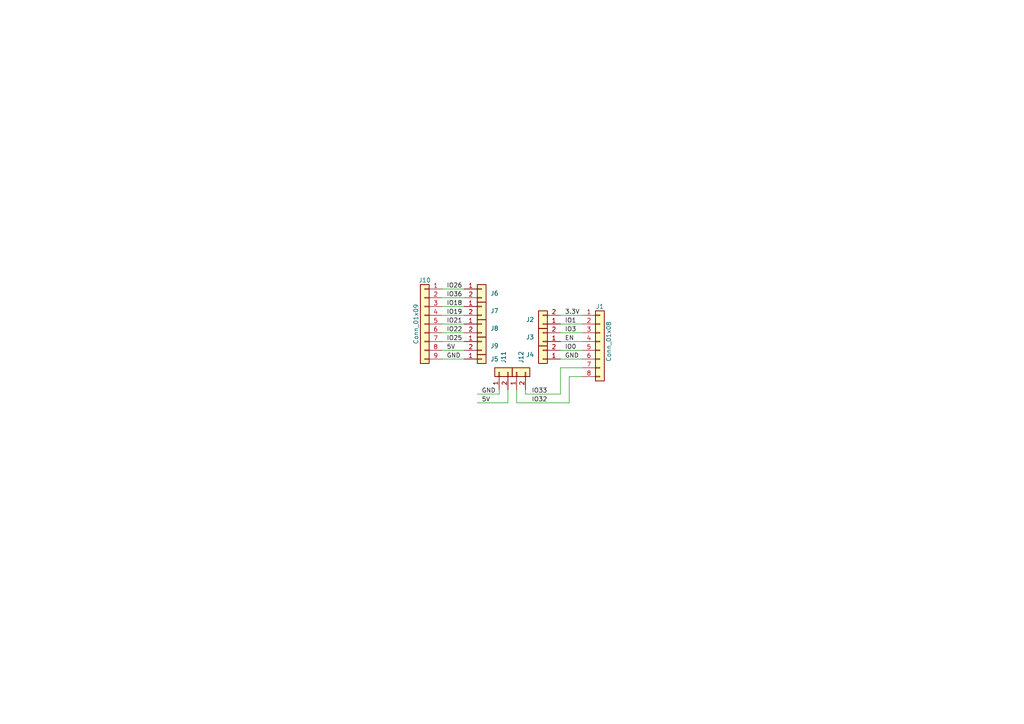
<source format=kicad_sch>
(kicad_sch (version 20230121) (generator eeschema)
  (paper "A4")
  (lib_symbols
    (symbol "Connector_Generic:Conn_01x01" (pin_names (offset 1.016) hide)
      (property "Reference" "J" (at 0 2.54 0))
      (property "Value" "Conn_01x01" (at 0 -2.54 0))
      (symbol "Conn_01x01_1_1"
        (rectangle (start -1.27 0.127) (end 0 -0.127) (stroke (width 0.1524)))
        (rectangle (start -1.27 1.27) (end 1.27 -1.27) (stroke (width 0.254)) (fill (type background)))
        (pin passive line (at -5.08 0 0) (length 3.81) (name "Pin_1") (number "1"))
      )
    )
    (symbol "Connector_Generic:Conn_01x02" (pin_names (offset 1.016) hide)
      (property "Reference" "J" (at 0 2.54 0))
      (property "Value" "Conn_01x02" (at 0 -5.08 0))
      (symbol "Conn_01x02_1_1"
        (rectangle (start -1.27 -2.413) (end 0 -2.667) (stroke (width 0.1524)))
        (rectangle (start -1.27 0.127) (end 0 -0.127) (stroke (width 0.1524)))
        (rectangle (start -1.27 1.27) (end 1.27 -3.81) (stroke (width 0.254)) (fill (type background)))
        (pin passive line (at -5.08 0 0) (length 3.81) (name "Pin_1") (number "1"))
        (pin passive line (at -5.08 -2.54 0) (length 3.81) (name "Pin_2") (number "2"))
      )
    )
    (symbol "Connector_Generic:Conn_01x08" (pin_names (offset 1.016) hide)
      (property "Reference" "J" (at 0 10.16 0))
      (property "Value" "Conn_01x08" (at 0 -12.7 0))
      (symbol "Conn_01x08_1_1"
        (rectangle (start -1.27 -10.033) (end 0 -10.287) (stroke (width 0.1524)))
        (rectangle (start -1.27 -7.493) (end 0 -7.747) (stroke (width 0.1524)))
        (rectangle (start -1.27 -4.953) (end 0 -5.207) (stroke (width 0.1524)))
        (rectangle (start -1.27 -2.413) (end 0 -2.667) (stroke (width 0.1524)))
        (rectangle (start -1.27 0.127) (end 0 -0.127) (stroke (width 0.1524)))
        (rectangle (start -1.27 2.667) (end 0 2.413) (stroke (width 0.1524)))
        (rectangle (start -1.27 5.207) (end 0 4.953) (stroke (width 0.1524)))
        (rectangle (start -1.27 7.747) (end 0 7.493) (stroke (width 0.1524)))
        (rectangle (start -1.27 8.89) (end 1.27 -11.43) (stroke (width 0.254)) (fill (type background)))
        (pin passive line (at -5.08 7.62 0) (length 3.81) (name "Pin_1") (number "1"))
        (pin passive line (at -5.08 5.08 0) (length 3.81) (name "Pin_2") (number "2"))
        (pin passive line (at -5.08 2.54 0) (length 3.81) (name "Pin_3") (number "3"))
        (pin passive line (at -5.08 0 0) (length 3.81) (name "Pin_4") (number "4"))
        (pin passive line (at -5.08 -2.54 0) (length 3.81) (name "Pin_5") (number "5"))
        (pin passive line (at -5.08 -5.08 0) (length 3.81) (name "Pin_6") (number "6"))
        (pin passive line (at -5.08 -7.62 0) (length 3.81) (name "Pin_7") (number "7"))
        (pin passive line (at -5.08 -10.16 0) (length 3.81) (name "Pin_8") (number "8"))
      )
    )
    (symbol "Connector_Generic:Conn_01x09" (pin_names (offset 1.016) hide)
      (property "Reference" "J" (at 0 12.7 0))
      (property "Value" "Conn_01x09" (at 0 -12.7 0))
      (symbol "Conn_01x09_1_1"
        (rectangle (start -1.27 -10.033) (end 0 -10.287) (stroke (width 0.1524)))
        (rectangle (start -1.27 -7.493) (end 0 -7.747) (stroke (width 0.1524)))
        (rectangle (start -1.27 -4.953) (end 0 -5.207) (stroke (width 0.1524)))
        (rectangle (start -1.27 -2.413) (end 0 -2.667) (stroke (width 0.1524)))
        (rectangle (start -1.27 0.127) (end 0 -0.127) (stroke (width 0.1524)))
        (rectangle (start -1.27 2.667) (end 0 2.413) (stroke (width 0.1524)))
        (rectangle (start -1.27 5.207) (end 0 4.953) (stroke (width 0.1524)))
        (rectangle (start -1.27 7.747) (end 0 7.493) (stroke (width 0.1524)))
        (rectangle (start -1.27 10.287) (end 0 10.033) (stroke (width 0.1524)))
        (rectangle (start -1.27 11.43) (end 1.27 -11.43) (stroke (width 0.254)) (fill (type background)))
        (pin passive line (at -5.08 10.16 0) (length 3.81) (name "Pin_1") (number "1"))
        (pin passive line (at -5.08 7.62 0) (length 3.81) (name "Pin_2") (number "2"))
        (pin passive line (at -5.08 5.08 0) (length 3.81) (name "Pin_3") (number "3"))
        (pin passive line (at -5.08 2.54 0) (length 3.81) (name "Pin_4") (number "4"))
        (pin passive line (at -5.08 0 0) (length 3.81) (name "Pin_5") (number "5"))
        (pin passive line (at -5.08 -2.54 0) (length 3.81) (name "Pin_6") (number "6"))
        (pin passive line (at -5.08 -5.08 0) (length 3.81) (name "Pin_7") (number "7"))
        (pin passive line (at -5.08 -7.62 0) (length 3.81) (name "Pin_8") (number "8"))
        (pin passive line (at -5.08 -10.16 0) (length 3.81) (name "Pin_9") (number "9"))
      )
    )
  )
  (wire (pts (xy 134.62 96.52) (xy 128.27 96.52)))
  (wire (pts (xy 134.62 91.44) (xy 128.27 91.44)))
  (wire (pts (xy 162.56 106.68) (xy 168.91 106.68)))
  (wire (pts (xy 152.4 114.3) (xy 152.4 113.03)))
  (wire (pts (xy 134.62 83.82) (xy 128.27 83.82)))
  (wire (pts (xy 168.91 96.52) (xy 162.56 96.52)))
  (wire (pts (xy 138.43 116.84) (xy 147.32 116.84)))
  (wire (pts (xy 162.56 114.3) (xy 162.56 106.68)))
  (wire (pts (xy 147.32 116.84) (xy 147.32 113.03)))
  (wire (pts (xy 134.62 86.36) (xy 128.27 86.36)))
  (wire (pts (xy 134.62 88.9) (xy 128.27 88.9)))
  (wire (pts (xy 134.62 99.06) (xy 128.27 99.06)))
  (wire (pts (xy 149.86 116.84) (xy 149.86 113.03)))
  (wire (pts (xy 134.62 93.98) (xy 128.27 93.98)))
  (wire (pts (xy 152.4 114.3) (xy 162.56 114.3)))
  (wire (pts (xy 168.91 99.06) (xy 162.56 99.06)))
  (wire (pts (xy 134.62 101.6) (xy 128.27 101.6)))
  (wire (pts (xy 165.1 116.84) (xy 165.1 109.22)))
  (wire (pts (xy 128.27 104.14) (xy 134.62 104.14)))
  (wire (pts (xy 168.91 93.98) (xy 162.56 93.98)))
  (wire (pts (xy 144.78 114.3) (xy 144.78 113.03)))
  (wire (pts (xy 168.91 104.14) (xy 162.56 104.14)))
  (wire (pts (xy 168.91 91.44) (xy 162.56 91.44)))
  (wire (pts (xy 165.1 109.22) (xy 168.91 109.22)))
  (wire (pts (xy 149.86 116.84) (xy 165.1 116.84)))
  (wire (pts (xy 168.91 101.6) (xy 162.56 101.6)))
  (wire (pts (xy 138.43 114.3) (xy 144.78 114.3)))
  (label "IO1" (at 163.83 93.98 0))
  (label "IO25" (at 129.54 99.06 0))
  (label "IO32" (at 158.75 116.84 180))
  (label "EN" (at 163.83 99.06 0))
  (label "5V" (at 129.54 101.6 0))
  (label "IO3" (at 163.83 96.52 0))
  (label "IO19" (at 129.54 91.44 0))
  (label "5V" (at 139.7 116.84 0))
  (label "IO36" (at 129.54 86.36 0))
  (label "GND" (at 139.7 114.3 0))
  (label "IO0" (at 163.83 101.6 0))
  (label "IO26" (at 129.54 83.82 0))
  (label "GND" (at 129.54 104.14 0))
  (label "IO18" (at 129.54 88.9 0))
  (label "GND" (at 163.83 104.14 0))
  (label "IO22" (at 129.54 96.52 0))
  (label "3.3V" (at 163.83 91.44 0))
  (label "IO33" (at 158.75 114.3 180))
  (label "IO21" (at 129.54 93.98 0))
  (symbol (lib_id "Connector_Generic:Conn_01x01") (at 139.7 104.14 0) (unit 1)
    (property "Reference" "J5" (at 142.24 104.14 0) (effects (justify left)))
    (property "Value" "Conn_01x01" (effects hide))
    (property "Footprint" "FlexyPin:FlexyPin_1x01" (effects hide))
  )
  (symbol (lib_id "Connector_Generic:Conn_01x02") (at 139.7 83.82 0) (unit 1)
    (property "Reference" "J6" (at 142.24 85.0899 0) (effects (justify left)))
    (property "Value" "Conn_01x02" (effects hide))
    (property "Footprint" "FlexyPin:FlexyPin_1x02_P2.54mm" (effects hide))
  )
  (symbol (lib_id "Connector_Generic:Conn_01x02") (at 144.78 107.95 90) (unit 1)
    (property "Reference" "J11" (at 146.0501 105.41 0) (effects (justify left)))
    (property "Value" "Conn_01x02" (effects hide))
    (property "Footprint" "FlexyPin:FlexyPin_1x02_P2.54mm" (effects hide))
  )
  (symbol (lib_id "Connector_Generic:Conn_01x02") (at 139.7 99.06 0) (unit 1)
    (property "Reference" "J9" (at 142.24 100.3299 0) (effects (justify left)))
    (property "Value" "Conn_01x02" (effects hide))
    (property "Footprint" "FlexyPin:FlexyPin_1x02_P2.54mm" (effects hide))
  )
  (symbol (lib_id "Connector_Generic:Conn_01x02") (at 149.86 107.95 90) (unit 1)
    (property "Reference" "J12" (at 151.1301 105.41 0) (effects (justify left)))
    (property "Value" "Conn_01x02" (effects hide))
    (property "Footprint" "FlexyPin:FlexyPin_1x02_P2.54mm" (effects hide))
  )
  (symbol (lib_id "Connector_Generic:Conn_01x02") (at 139.7 88.9 0) (unit 1)
    (property "Reference" "J7" (at 142.24 90.1699 0) (effects (justify left)))
    (property "Value" "Conn_01x02" (effects hide))
    (property "Footprint" "FlexyPin:FlexyPin_1x02_P2.54mm" (effects hide))
  )
  (symbol (lib_id "Connector_Generic:Conn_01x02") (at 139.7 93.98 0) (unit 1)
    (property "Reference" "J8" (at 142.24 95.2499 0) (effects (justify left)))
    (property "Value" "Conn_01x02" (effects hide))
    (property "Footprint" "FlexyPin:FlexyPin_1x02_P2.54mm" (effects hide))
  )
  (symbol (lib_id "Connector_Generic:Conn_01x09") (at 123.19 93.98 0) (mirror y) (unit 1)
    (property "Reference" "J10" (at 123.19 81.28 0))
    (property "Value" "Conn_01x09" (at 120.65 93.98 90))
    (property "Footprint" "Connector_PinHeader_2.54mm:PinHeader_1x09_P2.54mm_Vertical" (effects hide))
  )
  (symbol (lib_id "Connector_Generic:Conn_01x02") (at 157.48 93.98 180) (unit 1)
    (property "Reference" "J2" (at 154.94 92.7099 0) (effects (justify left)))
    (property "Value" "Conn_01x02" (effects hide))
    (property "Footprint" "FlexyPin:FlexyPin_1x02_P2.54mm" (effects hide))
  )
  (symbol (lib_id "Connector_Generic:Conn_01x02") (at 157.48 99.06 180) (unit 1)
    (property "Reference" "J3" (at 154.94 97.7899 0) (effects (justify left)))
    (property "Value" "Conn_01x02" (effects hide))
    (property "Footprint" "FlexyPin:FlexyPin_1x02_P2.54mm" (effects hide))
  )
  (symbol (lib_id "Connector_Generic:Conn_01x08") (at 173.99 99.06 0) (unit 1)
    (property "Reference" "J1" (at 173.99 88.9 0))
    (property "Value" "Conn_01x08" (at 176.53 99.06 90))
    (property "Footprint" "Connector_PinHeader_2.54mm:PinHeader_1x08_P2.54mm_Vertical" (effects hide))
  )
  (symbol (lib_id "Connector_Generic:Conn_01x02") (at 157.48 104.14 180) (unit 1)
    (property "Reference" "J4" (at 154.94 102.8699 0) (effects (justify left)))
    (property "Value" "Conn_01x02" (effects hide))
    (property "Footprint" "FlexyPin:FlexyPin_1x02_P2.54mm" (effects hide))
  )
)
</source>
